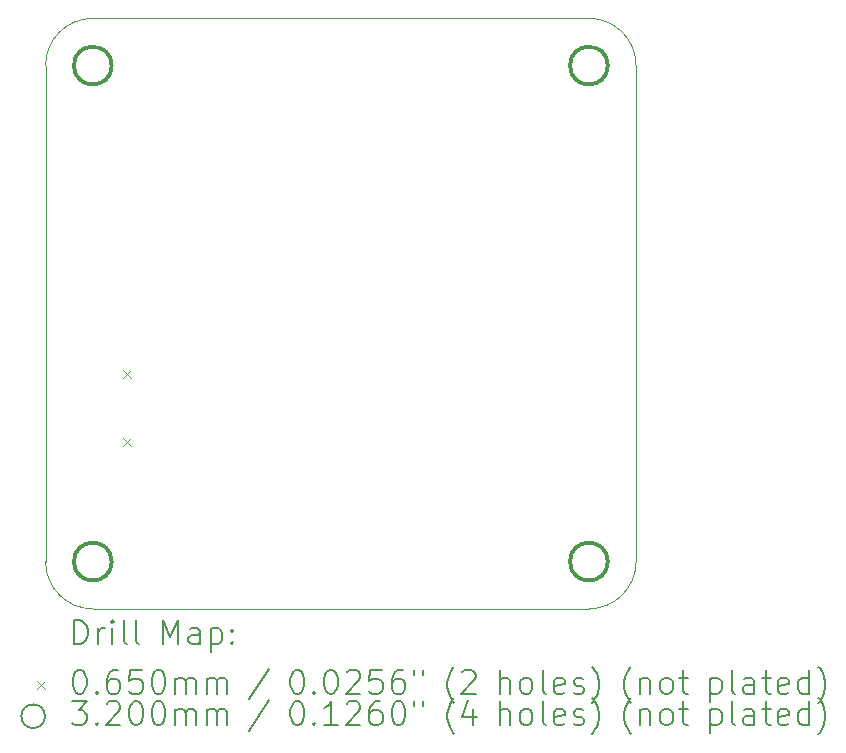
<source format=gbr>
%TF.GenerationSoftware,KiCad,Pcbnew,(7.0.0)*%
%TF.CreationDate,2023-04-01T17:32:58+03:00*%
%TF.ProjectId,base_board,62617365-5f62-46f6-9172-642e6b696361,rev?*%
%TF.SameCoordinates,Original*%
%TF.FileFunction,Drillmap*%
%TF.FilePolarity,Positive*%
%FSLAX45Y45*%
G04 Gerber Fmt 4.5, Leading zero omitted, Abs format (unit mm)*
G04 Created by KiCad (PCBNEW (7.0.0)) date 2023-04-01 17:32:58*
%MOMM*%
%LPD*%
G01*
G04 APERTURE LIST*
%ADD10C,0.100000*%
%ADD11C,0.200000*%
%ADD12C,0.065000*%
%ADD13C,0.320000*%
G04 APERTURE END LIST*
D10*
X10300000Y-11400000D02*
G75*
G03*
X10700000Y-11800000I400000J0D01*
G01*
X14900000Y-11800000D02*
G75*
G03*
X15300000Y-11400000I0J400000D01*
G01*
X10700000Y-6800000D02*
G75*
G03*
X10300000Y-7200000I0J-400000D01*
G01*
X15300000Y-7200000D02*
G75*
G03*
X14900000Y-6800000I-400000J0D01*
G01*
X10300000Y-11400000D02*
X10300000Y-7200000D01*
X10700000Y-6800000D02*
X14900000Y-6800000D01*
X14900000Y-11800000D02*
X10700000Y-11800000D01*
X15300000Y-7200000D02*
X15300000Y-11400000D01*
D11*
D12*
X10959000Y-9776500D02*
X11024000Y-9841500D01*
X11024000Y-9776500D02*
X10959000Y-9841500D01*
X10959000Y-10354500D02*
X11024000Y-10419500D01*
X11024000Y-10354500D02*
X10959000Y-10419500D01*
D13*
X10860000Y-7200000D02*
G75*
G03*
X10860000Y-7200000I-160000J0D01*
G01*
X10860000Y-11400000D02*
G75*
G03*
X10860000Y-11400000I-160000J0D01*
G01*
X15060000Y-7200000D02*
G75*
G03*
X15060000Y-7200000I-160000J0D01*
G01*
X15060000Y-11400000D02*
G75*
G03*
X15060000Y-11400000I-160000J0D01*
G01*
D11*
X10542619Y-12098476D02*
X10542619Y-11898476D01*
X10542619Y-11898476D02*
X10590238Y-11898476D01*
X10590238Y-11898476D02*
X10618810Y-11908000D01*
X10618810Y-11908000D02*
X10637857Y-11927048D01*
X10637857Y-11927048D02*
X10647381Y-11946095D01*
X10647381Y-11946095D02*
X10656905Y-11984190D01*
X10656905Y-11984190D02*
X10656905Y-12012762D01*
X10656905Y-12012762D02*
X10647381Y-12050857D01*
X10647381Y-12050857D02*
X10637857Y-12069905D01*
X10637857Y-12069905D02*
X10618810Y-12088952D01*
X10618810Y-12088952D02*
X10590238Y-12098476D01*
X10590238Y-12098476D02*
X10542619Y-12098476D01*
X10742619Y-12098476D02*
X10742619Y-11965143D01*
X10742619Y-12003238D02*
X10752143Y-11984190D01*
X10752143Y-11984190D02*
X10761667Y-11974667D01*
X10761667Y-11974667D02*
X10780714Y-11965143D01*
X10780714Y-11965143D02*
X10799762Y-11965143D01*
X10866429Y-12098476D02*
X10866429Y-11965143D01*
X10866429Y-11898476D02*
X10856905Y-11908000D01*
X10856905Y-11908000D02*
X10866429Y-11917524D01*
X10866429Y-11917524D02*
X10875952Y-11908000D01*
X10875952Y-11908000D02*
X10866429Y-11898476D01*
X10866429Y-11898476D02*
X10866429Y-11917524D01*
X10990238Y-12098476D02*
X10971190Y-12088952D01*
X10971190Y-12088952D02*
X10961667Y-12069905D01*
X10961667Y-12069905D02*
X10961667Y-11898476D01*
X11095000Y-12098476D02*
X11075952Y-12088952D01*
X11075952Y-12088952D02*
X11066429Y-12069905D01*
X11066429Y-12069905D02*
X11066429Y-11898476D01*
X11291190Y-12098476D02*
X11291190Y-11898476D01*
X11291190Y-11898476D02*
X11357857Y-12041333D01*
X11357857Y-12041333D02*
X11424524Y-11898476D01*
X11424524Y-11898476D02*
X11424524Y-12098476D01*
X11605476Y-12098476D02*
X11605476Y-11993714D01*
X11605476Y-11993714D02*
X11595952Y-11974667D01*
X11595952Y-11974667D02*
X11576905Y-11965143D01*
X11576905Y-11965143D02*
X11538809Y-11965143D01*
X11538809Y-11965143D02*
X11519762Y-11974667D01*
X11605476Y-12088952D02*
X11586428Y-12098476D01*
X11586428Y-12098476D02*
X11538809Y-12098476D01*
X11538809Y-12098476D02*
X11519762Y-12088952D01*
X11519762Y-12088952D02*
X11510238Y-12069905D01*
X11510238Y-12069905D02*
X11510238Y-12050857D01*
X11510238Y-12050857D02*
X11519762Y-12031809D01*
X11519762Y-12031809D02*
X11538809Y-12022286D01*
X11538809Y-12022286D02*
X11586428Y-12022286D01*
X11586428Y-12022286D02*
X11605476Y-12012762D01*
X11700714Y-11965143D02*
X11700714Y-12165143D01*
X11700714Y-11974667D02*
X11719762Y-11965143D01*
X11719762Y-11965143D02*
X11757857Y-11965143D01*
X11757857Y-11965143D02*
X11776905Y-11974667D01*
X11776905Y-11974667D02*
X11786428Y-11984190D01*
X11786428Y-11984190D02*
X11795952Y-12003238D01*
X11795952Y-12003238D02*
X11795952Y-12060381D01*
X11795952Y-12060381D02*
X11786428Y-12079428D01*
X11786428Y-12079428D02*
X11776905Y-12088952D01*
X11776905Y-12088952D02*
X11757857Y-12098476D01*
X11757857Y-12098476D02*
X11719762Y-12098476D01*
X11719762Y-12098476D02*
X11700714Y-12088952D01*
X11881667Y-12079428D02*
X11891190Y-12088952D01*
X11891190Y-12088952D02*
X11881667Y-12098476D01*
X11881667Y-12098476D02*
X11872143Y-12088952D01*
X11872143Y-12088952D02*
X11881667Y-12079428D01*
X11881667Y-12079428D02*
X11881667Y-12098476D01*
X11881667Y-11974667D02*
X11891190Y-11984190D01*
X11891190Y-11984190D02*
X11881667Y-11993714D01*
X11881667Y-11993714D02*
X11872143Y-11984190D01*
X11872143Y-11984190D02*
X11881667Y-11974667D01*
X11881667Y-11974667D02*
X11881667Y-11993714D01*
D12*
X10230000Y-12412500D02*
X10295000Y-12477500D01*
X10295000Y-12412500D02*
X10230000Y-12477500D01*
D11*
X10580714Y-12318476D02*
X10599762Y-12318476D01*
X10599762Y-12318476D02*
X10618810Y-12328000D01*
X10618810Y-12328000D02*
X10628333Y-12337524D01*
X10628333Y-12337524D02*
X10637857Y-12356571D01*
X10637857Y-12356571D02*
X10647381Y-12394667D01*
X10647381Y-12394667D02*
X10647381Y-12442286D01*
X10647381Y-12442286D02*
X10637857Y-12480381D01*
X10637857Y-12480381D02*
X10628333Y-12499428D01*
X10628333Y-12499428D02*
X10618810Y-12508952D01*
X10618810Y-12508952D02*
X10599762Y-12518476D01*
X10599762Y-12518476D02*
X10580714Y-12518476D01*
X10580714Y-12518476D02*
X10561667Y-12508952D01*
X10561667Y-12508952D02*
X10552143Y-12499428D01*
X10552143Y-12499428D02*
X10542619Y-12480381D01*
X10542619Y-12480381D02*
X10533095Y-12442286D01*
X10533095Y-12442286D02*
X10533095Y-12394667D01*
X10533095Y-12394667D02*
X10542619Y-12356571D01*
X10542619Y-12356571D02*
X10552143Y-12337524D01*
X10552143Y-12337524D02*
X10561667Y-12328000D01*
X10561667Y-12328000D02*
X10580714Y-12318476D01*
X10733095Y-12499428D02*
X10742619Y-12508952D01*
X10742619Y-12508952D02*
X10733095Y-12518476D01*
X10733095Y-12518476D02*
X10723571Y-12508952D01*
X10723571Y-12508952D02*
X10733095Y-12499428D01*
X10733095Y-12499428D02*
X10733095Y-12518476D01*
X10914048Y-12318476D02*
X10875952Y-12318476D01*
X10875952Y-12318476D02*
X10856905Y-12328000D01*
X10856905Y-12328000D02*
X10847381Y-12337524D01*
X10847381Y-12337524D02*
X10828333Y-12366095D01*
X10828333Y-12366095D02*
X10818810Y-12404190D01*
X10818810Y-12404190D02*
X10818810Y-12480381D01*
X10818810Y-12480381D02*
X10828333Y-12499428D01*
X10828333Y-12499428D02*
X10837857Y-12508952D01*
X10837857Y-12508952D02*
X10856905Y-12518476D01*
X10856905Y-12518476D02*
X10895000Y-12518476D01*
X10895000Y-12518476D02*
X10914048Y-12508952D01*
X10914048Y-12508952D02*
X10923571Y-12499428D01*
X10923571Y-12499428D02*
X10933095Y-12480381D01*
X10933095Y-12480381D02*
X10933095Y-12432762D01*
X10933095Y-12432762D02*
X10923571Y-12413714D01*
X10923571Y-12413714D02*
X10914048Y-12404190D01*
X10914048Y-12404190D02*
X10895000Y-12394667D01*
X10895000Y-12394667D02*
X10856905Y-12394667D01*
X10856905Y-12394667D02*
X10837857Y-12404190D01*
X10837857Y-12404190D02*
X10828333Y-12413714D01*
X10828333Y-12413714D02*
X10818810Y-12432762D01*
X11114048Y-12318476D02*
X11018810Y-12318476D01*
X11018810Y-12318476D02*
X11009286Y-12413714D01*
X11009286Y-12413714D02*
X11018810Y-12404190D01*
X11018810Y-12404190D02*
X11037857Y-12394667D01*
X11037857Y-12394667D02*
X11085476Y-12394667D01*
X11085476Y-12394667D02*
X11104524Y-12404190D01*
X11104524Y-12404190D02*
X11114048Y-12413714D01*
X11114048Y-12413714D02*
X11123571Y-12432762D01*
X11123571Y-12432762D02*
X11123571Y-12480381D01*
X11123571Y-12480381D02*
X11114048Y-12499428D01*
X11114048Y-12499428D02*
X11104524Y-12508952D01*
X11104524Y-12508952D02*
X11085476Y-12518476D01*
X11085476Y-12518476D02*
X11037857Y-12518476D01*
X11037857Y-12518476D02*
X11018810Y-12508952D01*
X11018810Y-12508952D02*
X11009286Y-12499428D01*
X11247381Y-12318476D02*
X11266429Y-12318476D01*
X11266429Y-12318476D02*
X11285476Y-12328000D01*
X11285476Y-12328000D02*
X11295000Y-12337524D01*
X11295000Y-12337524D02*
X11304524Y-12356571D01*
X11304524Y-12356571D02*
X11314048Y-12394667D01*
X11314048Y-12394667D02*
X11314048Y-12442286D01*
X11314048Y-12442286D02*
X11304524Y-12480381D01*
X11304524Y-12480381D02*
X11295000Y-12499428D01*
X11295000Y-12499428D02*
X11285476Y-12508952D01*
X11285476Y-12508952D02*
X11266429Y-12518476D01*
X11266429Y-12518476D02*
X11247381Y-12518476D01*
X11247381Y-12518476D02*
X11228333Y-12508952D01*
X11228333Y-12508952D02*
X11218809Y-12499428D01*
X11218809Y-12499428D02*
X11209286Y-12480381D01*
X11209286Y-12480381D02*
X11199762Y-12442286D01*
X11199762Y-12442286D02*
X11199762Y-12394667D01*
X11199762Y-12394667D02*
X11209286Y-12356571D01*
X11209286Y-12356571D02*
X11218809Y-12337524D01*
X11218809Y-12337524D02*
X11228333Y-12328000D01*
X11228333Y-12328000D02*
X11247381Y-12318476D01*
X11399762Y-12518476D02*
X11399762Y-12385143D01*
X11399762Y-12404190D02*
X11409286Y-12394667D01*
X11409286Y-12394667D02*
X11428333Y-12385143D01*
X11428333Y-12385143D02*
X11456905Y-12385143D01*
X11456905Y-12385143D02*
X11475952Y-12394667D01*
X11475952Y-12394667D02*
X11485476Y-12413714D01*
X11485476Y-12413714D02*
X11485476Y-12518476D01*
X11485476Y-12413714D02*
X11495000Y-12394667D01*
X11495000Y-12394667D02*
X11514048Y-12385143D01*
X11514048Y-12385143D02*
X11542619Y-12385143D01*
X11542619Y-12385143D02*
X11561667Y-12394667D01*
X11561667Y-12394667D02*
X11571190Y-12413714D01*
X11571190Y-12413714D02*
X11571190Y-12518476D01*
X11666429Y-12518476D02*
X11666429Y-12385143D01*
X11666429Y-12404190D02*
X11675952Y-12394667D01*
X11675952Y-12394667D02*
X11695000Y-12385143D01*
X11695000Y-12385143D02*
X11723571Y-12385143D01*
X11723571Y-12385143D02*
X11742619Y-12394667D01*
X11742619Y-12394667D02*
X11752143Y-12413714D01*
X11752143Y-12413714D02*
X11752143Y-12518476D01*
X11752143Y-12413714D02*
X11761667Y-12394667D01*
X11761667Y-12394667D02*
X11780714Y-12385143D01*
X11780714Y-12385143D02*
X11809286Y-12385143D01*
X11809286Y-12385143D02*
X11828333Y-12394667D01*
X11828333Y-12394667D02*
X11837857Y-12413714D01*
X11837857Y-12413714D02*
X11837857Y-12518476D01*
X12195952Y-12308952D02*
X12024524Y-12566095D01*
X12420714Y-12318476D02*
X12439762Y-12318476D01*
X12439762Y-12318476D02*
X12458810Y-12328000D01*
X12458810Y-12328000D02*
X12468333Y-12337524D01*
X12468333Y-12337524D02*
X12477857Y-12356571D01*
X12477857Y-12356571D02*
X12487381Y-12394667D01*
X12487381Y-12394667D02*
X12487381Y-12442286D01*
X12487381Y-12442286D02*
X12477857Y-12480381D01*
X12477857Y-12480381D02*
X12468333Y-12499428D01*
X12468333Y-12499428D02*
X12458810Y-12508952D01*
X12458810Y-12508952D02*
X12439762Y-12518476D01*
X12439762Y-12518476D02*
X12420714Y-12518476D01*
X12420714Y-12518476D02*
X12401667Y-12508952D01*
X12401667Y-12508952D02*
X12392143Y-12499428D01*
X12392143Y-12499428D02*
X12382619Y-12480381D01*
X12382619Y-12480381D02*
X12373095Y-12442286D01*
X12373095Y-12442286D02*
X12373095Y-12394667D01*
X12373095Y-12394667D02*
X12382619Y-12356571D01*
X12382619Y-12356571D02*
X12392143Y-12337524D01*
X12392143Y-12337524D02*
X12401667Y-12328000D01*
X12401667Y-12328000D02*
X12420714Y-12318476D01*
X12573095Y-12499428D02*
X12582619Y-12508952D01*
X12582619Y-12508952D02*
X12573095Y-12518476D01*
X12573095Y-12518476D02*
X12563571Y-12508952D01*
X12563571Y-12508952D02*
X12573095Y-12499428D01*
X12573095Y-12499428D02*
X12573095Y-12518476D01*
X12706429Y-12318476D02*
X12725476Y-12318476D01*
X12725476Y-12318476D02*
X12744524Y-12328000D01*
X12744524Y-12328000D02*
X12754048Y-12337524D01*
X12754048Y-12337524D02*
X12763571Y-12356571D01*
X12763571Y-12356571D02*
X12773095Y-12394667D01*
X12773095Y-12394667D02*
X12773095Y-12442286D01*
X12773095Y-12442286D02*
X12763571Y-12480381D01*
X12763571Y-12480381D02*
X12754048Y-12499428D01*
X12754048Y-12499428D02*
X12744524Y-12508952D01*
X12744524Y-12508952D02*
X12725476Y-12518476D01*
X12725476Y-12518476D02*
X12706429Y-12518476D01*
X12706429Y-12518476D02*
X12687381Y-12508952D01*
X12687381Y-12508952D02*
X12677857Y-12499428D01*
X12677857Y-12499428D02*
X12668333Y-12480381D01*
X12668333Y-12480381D02*
X12658810Y-12442286D01*
X12658810Y-12442286D02*
X12658810Y-12394667D01*
X12658810Y-12394667D02*
X12668333Y-12356571D01*
X12668333Y-12356571D02*
X12677857Y-12337524D01*
X12677857Y-12337524D02*
X12687381Y-12328000D01*
X12687381Y-12328000D02*
X12706429Y-12318476D01*
X12849286Y-12337524D02*
X12858810Y-12328000D01*
X12858810Y-12328000D02*
X12877857Y-12318476D01*
X12877857Y-12318476D02*
X12925476Y-12318476D01*
X12925476Y-12318476D02*
X12944524Y-12328000D01*
X12944524Y-12328000D02*
X12954048Y-12337524D01*
X12954048Y-12337524D02*
X12963571Y-12356571D01*
X12963571Y-12356571D02*
X12963571Y-12375619D01*
X12963571Y-12375619D02*
X12954048Y-12404190D01*
X12954048Y-12404190D02*
X12839762Y-12518476D01*
X12839762Y-12518476D02*
X12963571Y-12518476D01*
X13144524Y-12318476D02*
X13049286Y-12318476D01*
X13049286Y-12318476D02*
X13039762Y-12413714D01*
X13039762Y-12413714D02*
X13049286Y-12404190D01*
X13049286Y-12404190D02*
X13068333Y-12394667D01*
X13068333Y-12394667D02*
X13115952Y-12394667D01*
X13115952Y-12394667D02*
X13135000Y-12404190D01*
X13135000Y-12404190D02*
X13144524Y-12413714D01*
X13144524Y-12413714D02*
X13154048Y-12432762D01*
X13154048Y-12432762D02*
X13154048Y-12480381D01*
X13154048Y-12480381D02*
X13144524Y-12499428D01*
X13144524Y-12499428D02*
X13135000Y-12508952D01*
X13135000Y-12508952D02*
X13115952Y-12518476D01*
X13115952Y-12518476D02*
X13068333Y-12518476D01*
X13068333Y-12518476D02*
X13049286Y-12508952D01*
X13049286Y-12508952D02*
X13039762Y-12499428D01*
X13325476Y-12318476D02*
X13287381Y-12318476D01*
X13287381Y-12318476D02*
X13268333Y-12328000D01*
X13268333Y-12328000D02*
X13258810Y-12337524D01*
X13258810Y-12337524D02*
X13239762Y-12366095D01*
X13239762Y-12366095D02*
X13230238Y-12404190D01*
X13230238Y-12404190D02*
X13230238Y-12480381D01*
X13230238Y-12480381D02*
X13239762Y-12499428D01*
X13239762Y-12499428D02*
X13249286Y-12508952D01*
X13249286Y-12508952D02*
X13268333Y-12518476D01*
X13268333Y-12518476D02*
X13306429Y-12518476D01*
X13306429Y-12518476D02*
X13325476Y-12508952D01*
X13325476Y-12508952D02*
X13335000Y-12499428D01*
X13335000Y-12499428D02*
X13344524Y-12480381D01*
X13344524Y-12480381D02*
X13344524Y-12432762D01*
X13344524Y-12432762D02*
X13335000Y-12413714D01*
X13335000Y-12413714D02*
X13325476Y-12404190D01*
X13325476Y-12404190D02*
X13306429Y-12394667D01*
X13306429Y-12394667D02*
X13268333Y-12394667D01*
X13268333Y-12394667D02*
X13249286Y-12404190D01*
X13249286Y-12404190D02*
X13239762Y-12413714D01*
X13239762Y-12413714D02*
X13230238Y-12432762D01*
X13420714Y-12318476D02*
X13420714Y-12356571D01*
X13496905Y-12318476D02*
X13496905Y-12356571D01*
X13759762Y-12594667D02*
X13750238Y-12585143D01*
X13750238Y-12585143D02*
X13731191Y-12556571D01*
X13731191Y-12556571D02*
X13721667Y-12537524D01*
X13721667Y-12537524D02*
X13712143Y-12508952D01*
X13712143Y-12508952D02*
X13702619Y-12461333D01*
X13702619Y-12461333D02*
X13702619Y-12423238D01*
X13702619Y-12423238D02*
X13712143Y-12375619D01*
X13712143Y-12375619D02*
X13721667Y-12347048D01*
X13721667Y-12347048D02*
X13731191Y-12328000D01*
X13731191Y-12328000D02*
X13750238Y-12299428D01*
X13750238Y-12299428D02*
X13759762Y-12289905D01*
X13826429Y-12337524D02*
X13835952Y-12328000D01*
X13835952Y-12328000D02*
X13855000Y-12318476D01*
X13855000Y-12318476D02*
X13902619Y-12318476D01*
X13902619Y-12318476D02*
X13921667Y-12328000D01*
X13921667Y-12328000D02*
X13931191Y-12337524D01*
X13931191Y-12337524D02*
X13940714Y-12356571D01*
X13940714Y-12356571D02*
X13940714Y-12375619D01*
X13940714Y-12375619D02*
X13931191Y-12404190D01*
X13931191Y-12404190D02*
X13816905Y-12518476D01*
X13816905Y-12518476D02*
X13940714Y-12518476D01*
X14146429Y-12518476D02*
X14146429Y-12318476D01*
X14232143Y-12518476D02*
X14232143Y-12413714D01*
X14232143Y-12413714D02*
X14222619Y-12394667D01*
X14222619Y-12394667D02*
X14203572Y-12385143D01*
X14203572Y-12385143D02*
X14175000Y-12385143D01*
X14175000Y-12385143D02*
X14155952Y-12394667D01*
X14155952Y-12394667D02*
X14146429Y-12404190D01*
X14355952Y-12518476D02*
X14336905Y-12508952D01*
X14336905Y-12508952D02*
X14327381Y-12499428D01*
X14327381Y-12499428D02*
X14317857Y-12480381D01*
X14317857Y-12480381D02*
X14317857Y-12423238D01*
X14317857Y-12423238D02*
X14327381Y-12404190D01*
X14327381Y-12404190D02*
X14336905Y-12394667D01*
X14336905Y-12394667D02*
X14355952Y-12385143D01*
X14355952Y-12385143D02*
X14384524Y-12385143D01*
X14384524Y-12385143D02*
X14403572Y-12394667D01*
X14403572Y-12394667D02*
X14413095Y-12404190D01*
X14413095Y-12404190D02*
X14422619Y-12423238D01*
X14422619Y-12423238D02*
X14422619Y-12480381D01*
X14422619Y-12480381D02*
X14413095Y-12499428D01*
X14413095Y-12499428D02*
X14403572Y-12508952D01*
X14403572Y-12508952D02*
X14384524Y-12518476D01*
X14384524Y-12518476D02*
X14355952Y-12518476D01*
X14536905Y-12518476D02*
X14517857Y-12508952D01*
X14517857Y-12508952D02*
X14508333Y-12489905D01*
X14508333Y-12489905D02*
X14508333Y-12318476D01*
X14689286Y-12508952D02*
X14670238Y-12518476D01*
X14670238Y-12518476D02*
X14632143Y-12518476D01*
X14632143Y-12518476D02*
X14613095Y-12508952D01*
X14613095Y-12508952D02*
X14603572Y-12489905D01*
X14603572Y-12489905D02*
X14603572Y-12413714D01*
X14603572Y-12413714D02*
X14613095Y-12394667D01*
X14613095Y-12394667D02*
X14632143Y-12385143D01*
X14632143Y-12385143D02*
X14670238Y-12385143D01*
X14670238Y-12385143D02*
X14689286Y-12394667D01*
X14689286Y-12394667D02*
X14698810Y-12413714D01*
X14698810Y-12413714D02*
X14698810Y-12432762D01*
X14698810Y-12432762D02*
X14603572Y-12451809D01*
X14775000Y-12508952D02*
X14794048Y-12518476D01*
X14794048Y-12518476D02*
X14832143Y-12518476D01*
X14832143Y-12518476D02*
X14851191Y-12508952D01*
X14851191Y-12508952D02*
X14860714Y-12489905D01*
X14860714Y-12489905D02*
X14860714Y-12480381D01*
X14860714Y-12480381D02*
X14851191Y-12461333D01*
X14851191Y-12461333D02*
X14832143Y-12451809D01*
X14832143Y-12451809D02*
X14803572Y-12451809D01*
X14803572Y-12451809D02*
X14784524Y-12442286D01*
X14784524Y-12442286D02*
X14775000Y-12423238D01*
X14775000Y-12423238D02*
X14775000Y-12413714D01*
X14775000Y-12413714D02*
X14784524Y-12394667D01*
X14784524Y-12394667D02*
X14803572Y-12385143D01*
X14803572Y-12385143D02*
X14832143Y-12385143D01*
X14832143Y-12385143D02*
X14851191Y-12394667D01*
X14927381Y-12594667D02*
X14936905Y-12585143D01*
X14936905Y-12585143D02*
X14955953Y-12556571D01*
X14955953Y-12556571D02*
X14965476Y-12537524D01*
X14965476Y-12537524D02*
X14975000Y-12508952D01*
X14975000Y-12508952D02*
X14984524Y-12461333D01*
X14984524Y-12461333D02*
X14984524Y-12423238D01*
X14984524Y-12423238D02*
X14975000Y-12375619D01*
X14975000Y-12375619D02*
X14965476Y-12347048D01*
X14965476Y-12347048D02*
X14955953Y-12328000D01*
X14955953Y-12328000D02*
X14936905Y-12299428D01*
X14936905Y-12299428D02*
X14927381Y-12289905D01*
X15256905Y-12594667D02*
X15247381Y-12585143D01*
X15247381Y-12585143D02*
X15228333Y-12556571D01*
X15228333Y-12556571D02*
X15218810Y-12537524D01*
X15218810Y-12537524D02*
X15209286Y-12508952D01*
X15209286Y-12508952D02*
X15199762Y-12461333D01*
X15199762Y-12461333D02*
X15199762Y-12423238D01*
X15199762Y-12423238D02*
X15209286Y-12375619D01*
X15209286Y-12375619D02*
X15218810Y-12347048D01*
X15218810Y-12347048D02*
X15228333Y-12328000D01*
X15228333Y-12328000D02*
X15247381Y-12299428D01*
X15247381Y-12299428D02*
X15256905Y-12289905D01*
X15333095Y-12385143D02*
X15333095Y-12518476D01*
X15333095Y-12404190D02*
X15342619Y-12394667D01*
X15342619Y-12394667D02*
X15361667Y-12385143D01*
X15361667Y-12385143D02*
X15390238Y-12385143D01*
X15390238Y-12385143D02*
X15409286Y-12394667D01*
X15409286Y-12394667D02*
X15418810Y-12413714D01*
X15418810Y-12413714D02*
X15418810Y-12518476D01*
X15542619Y-12518476D02*
X15523572Y-12508952D01*
X15523572Y-12508952D02*
X15514048Y-12499428D01*
X15514048Y-12499428D02*
X15504524Y-12480381D01*
X15504524Y-12480381D02*
X15504524Y-12423238D01*
X15504524Y-12423238D02*
X15514048Y-12404190D01*
X15514048Y-12404190D02*
X15523572Y-12394667D01*
X15523572Y-12394667D02*
X15542619Y-12385143D01*
X15542619Y-12385143D02*
X15571191Y-12385143D01*
X15571191Y-12385143D02*
X15590238Y-12394667D01*
X15590238Y-12394667D02*
X15599762Y-12404190D01*
X15599762Y-12404190D02*
X15609286Y-12423238D01*
X15609286Y-12423238D02*
X15609286Y-12480381D01*
X15609286Y-12480381D02*
X15599762Y-12499428D01*
X15599762Y-12499428D02*
X15590238Y-12508952D01*
X15590238Y-12508952D02*
X15571191Y-12518476D01*
X15571191Y-12518476D02*
X15542619Y-12518476D01*
X15666429Y-12385143D02*
X15742619Y-12385143D01*
X15695000Y-12318476D02*
X15695000Y-12489905D01*
X15695000Y-12489905D02*
X15704524Y-12508952D01*
X15704524Y-12508952D02*
X15723572Y-12518476D01*
X15723572Y-12518476D02*
X15742619Y-12518476D01*
X15929286Y-12385143D02*
X15929286Y-12585143D01*
X15929286Y-12394667D02*
X15948333Y-12385143D01*
X15948333Y-12385143D02*
X15986429Y-12385143D01*
X15986429Y-12385143D02*
X16005476Y-12394667D01*
X16005476Y-12394667D02*
X16015000Y-12404190D01*
X16015000Y-12404190D02*
X16024524Y-12423238D01*
X16024524Y-12423238D02*
X16024524Y-12480381D01*
X16024524Y-12480381D02*
X16015000Y-12499428D01*
X16015000Y-12499428D02*
X16005476Y-12508952D01*
X16005476Y-12508952D02*
X15986429Y-12518476D01*
X15986429Y-12518476D02*
X15948333Y-12518476D01*
X15948333Y-12518476D02*
X15929286Y-12508952D01*
X16138810Y-12518476D02*
X16119762Y-12508952D01*
X16119762Y-12508952D02*
X16110238Y-12489905D01*
X16110238Y-12489905D02*
X16110238Y-12318476D01*
X16300714Y-12518476D02*
X16300714Y-12413714D01*
X16300714Y-12413714D02*
X16291191Y-12394667D01*
X16291191Y-12394667D02*
X16272143Y-12385143D01*
X16272143Y-12385143D02*
X16234048Y-12385143D01*
X16234048Y-12385143D02*
X16215000Y-12394667D01*
X16300714Y-12508952D02*
X16281667Y-12518476D01*
X16281667Y-12518476D02*
X16234048Y-12518476D01*
X16234048Y-12518476D02*
X16215000Y-12508952D01*
X16215000Y-12508952D02*
X16205476Y-12489905D01*
X16205476Y-12489905D02*
X16205476Y-12470857D01*
X16205476Y-12470857D02*
X16215000Y-12451809D01*
X16215000Y-12451809D02*
X16234048Y-12442286D01*
X16234048Y-12442286D02*
X16281667Y-12442286D01*
X16281667Y-12442286D02*
X16300714Y-12432762D01*
X16367381Y-12385143D02*
X16443572Y-12385143D01*
X16395953Y-12318476D02*
X16395953Y-12489905D01*
X16395953Y-12489905D02*
X16405476Y-12508952D01*
X16405476Y-12508952D02*
X16424524Y-12518476D01*
X16424524Y-12518476D02*
X16443572Y-12518476D01*
X16586429Y-12508952D02*
X16567381Y-12518476D01*
X16567381Y-12518476D02*
X16529286Y-12518476D01*
X16529286Y-12518476D02*
X16510238Y-12508952D01*
X16510238Y-12508952D02*
X16500714Y-12489905D01*
X16500714Y-12489905D02*
X16500714Y-12413714D01*
X16500714Y-12413714D02*
X16510238Y-12394667D01*
X16510238Y-12394667D02*
X16529286Y-12385143D01*
X16529286Y-12385143D02*
X16567381Y-12385143D01*
X16567381Y-12385143D02*
X16586429Y-12394667D01*
X16586429Y-12394667D02*
X16595953Y-12413714D01*
X16595953Y-12413714D02*
X16595953Y-12432762D01*
X16595953Y-12432762D02*
X16500714Y-12451809D01*
X16767381Y-12518476D02*
X16767381Y-12318476D01*
X16767381Y-12508952D02*
X16748334Y-12518476D01*
X16748334Y-12518476D02*
X16710238Y-12518476D01*
X16710238Y-12518476D02*
X16691191Y-12508952D01*
X16691191Y-12508952D02*
X16681667Y-12499428D01*
X16681667Y-12499428D02*
X16672143Y-12480381D01*
X16672143Y-12480381D02*
X16672143Y-12423238D01*
X16672143Y-12423238D02*
X16681667Y-12404190D01*
X16681667Y-12404190D02*
X16691191Y-12394667D01*
X16691191Y-12394667D02*
X16710238Y-12385143D01*
X16710238Y-12385143D02*
X16748334Y-12385143D01*
X16748334Y-12385143D02*
X16767381Y-12394667D01*
X16843572Y-12594667D02*
X16853096Y-12585143D01*
X16853096Y-12585143D02*
X16872143Y-12556571D01*
X16872143Y-12556571D02*
X16881667Y-12537524D01*
X16881667Y-12537524D02*
X16891191Y-12508952D01*
X16891191Y-12508952D02*
X16900715Y-12461333D01*
X16900715Y-12461333D02*
X16900715Y-12423238D01*
X16900715Y-12423238D02*
X16891191Y-12375619D01*
X16891191Y-12375619D02*
X16881667Y-12347048D01*
X16881667Y-12347048D02*
X16872143Y-12328000D01*
X16872143Y-12328000D02*
X16853096Y-12299428D01*
X16853096Y-12299428D02*
X16843572Y-12289905D01*
X10295000Y-12709000D02*
G75*
G03*
X10295000Y-12709000I-100000J0D01*
G01*
X10523571Y-12582476D02*
X10647381Y-12582476D01*
X10647381Y-12582476D02*
X10580714Y-12658667D01*
X10580714Y-12658667D02*
X10609286Y-12658667D01*
X10609286Y-12658667D02*
X10628333Y-12668190D01*
X10628333Y-12668190D02*
X10637857Y-12677714D01*
X10637857Y-12677714D02*
X10647381Y-12696762D01*
X10647381Y-12696762D02*
X10647381Y-12744381D01*
X10647381Y-12744381D02*
X10637857Y-12763428D01*
X10637857Y-12763428D02*
X10628333Y-12772952D01*
X10628333Y-12772952D02*
X10609286Y-12782476D01*
X10609286Y-12782476D02*
X10552143Y-12782476D01*
X10552143Y-12782476D02*
X10533095Y-12772952D01*
X10533095Y-12772952D02*
X10523571Y-12763428D01*
X10733095Y-12763428D02*
X10742619Y-12772952D01*
X10742619Y-12772952D02*
X10733095Y-12782476D01*
X10733095Y-12782476D02*
X10723571Y-12772952D01*
X10723571Y-12772952D02*
X10733095Y-12763428D01*
X10733095Y-12763428D02*
X10733095Y-12782476D01*
X10818810Y-12601524D02*
X10828333Y-12592000D01*
X10828333Y-12592000D02*
X10847381Y-12582476D01*
X10847381Y-12582476D02*
X10895000Y-12582476D01*
X10895000Y-12582476D02*
X10914048Y-12592000D01*
X10914048Y-12592000D02*
X10923571Y-12601524D01*
X10923571Y-12601524D02*
X10933095Y-12620571D01*
X10933095Y-12620571D02*
X10933095Y-12639619D01*
X10933095Y-12639619D02*
X10923571Y-12668190D01*
X10923571Y-12668190D02*
X10809286Y-12782476D01*
X10809286Y-12782476D02*
X10933095Y-12782476D01*
X11056905Y-12582476D02*
X11075952Y-12582476D01*
X11075952Y-12582476D02*
X11095000Y-12592000D01*
X11095000Y-12592000D02*
X11104524Y-12601524D01*
X11104524Y-12601524D02*
X11114048Y-12620571D01*
X11114048Y-12620571D02*
X11123571Y-12658667D01*
X11123571Y-12658667D02*
X11123571Y-12706286D01*
X11123571Y-12706286D02*
X11114048Y-12744381D01*
X11114048Y-12744381D02*
X11104524Y-12763428D01*
X11104524Y-12763428D02*
X11095000Y-12772952D01*
X11095000Y-12772952D02*
X11075952Y-12782476D01*
X11075952Y-12782476D02*
X11056905Y-12782476D01*
X11056905Y-12782476D02*
X11037857Y-12772952D01*
X11037857Y-12772952D02*
X11028333Y-12763428D01*
X11028333Y-12763428D02*
X11018810Y-12744381D01*
X11018810Y-12744381D02*
X11009286Y-12706286D01*
X11009286Y-12706286D02*
X11009286Y-12658667D01*
X11009286Y-12658667D02*
X11018810Y-12620571D01*
X11018810Y-12620571D02*
X11028333Y-12601524D01*
X11028333Y-12601524D02*
X11037857Y-12592000D01*
X11037857Y-12592000D02*
X11056905Y-12582476D01*
X11247381Y-12582476D02*
X11266429Y-12582476D01*
X11266429Y-12582476D02*
X11285476Y-12592000D01*
X11285476Y-12592000D02*
X11295000Y-12601524D01*
X11295000Y-12601524D02*
X11304524Y-12620571D01*
X11304524Y-12620571D02*
X11314048Y-12658667D01*
X11314048Y-12658667D02*
X11314048Y-12706286D01*
X11314048Y-12706286D02*
X11304524Y-12744381D01*
X11304524Y-12744381D02*
X11295000Y-12763428D01*
X11295000Y-12763428D02*
X11285476Y-12772952D01*
X11285476Y-12772952D02*
X11266429Y-12782476D01*
X11266429Y-12782476D02*
X11247381Y-12782476D01*
X11247381Y-12782476D02*
X11228333Y-12772952D01*
X11228333Y-12772952D02*
X11218809Y-12763428D01*
X11218809Y-12763428D02*
X11209286Y-12744381D01*
X11209286Y-12744381D02*
X11199762Y-12706286D01*
X11199762Y-12706286D02*
X11199762Y-12658667D01*
X11199762Y-12658667D02*
X11209286Y-12620571D01*
X11209286Y-12620571D02*
X11218809Y-12601524D01*
X11218809Y-12601524D02*
X11228333Y-12592000D01*
X11228333Y-12592000D02*
X11247381Y-12582476D01*
X11399762Y-12782476D02*
X11399762Y-12649143D01*
X11399762Y-12668190D02*
X11409286Y-12658667D01*
X11409286Y-12658667D02*
X11428333Y-12649143D01*
X11428333Y-12649143D02*
X11456905Y-12649143D01*
X11456905Y-12649143D02*
X11475952Y-12658667D01*
X11475952Y-12658667D02*
X11485476Y-12677714D01*
X11485476Y-12677714D02*
X11485476Y-12782476D01*
X11485476Y-12677714D02*
X11495000Y-12658667D01*
X11495000Y-12658667D02*
X11514048Y-12649143D01*
X11514048Y-12649143D02*
X11542619Y-12649143D01*
X11542619Y-12649143D02*
X11561667Y-12658667D01*
X11561667Y-12658667D02*
X11571190Y-12677714D01*
X11571190Y-12677714D02*
X11571190Y-12782476D01*
X11666429Y-12782476D02*
X11666429Y-12649143D01*
X11666429Y-12668190D02*
X11675952Y-12658667D01*
X11675952Y-12658667D02*
X11695000Y-12649143D01*
X11695000Y-12649143D02*
X11723571Y-12649143D01*
X11723571Y-12649143D02*
X11742619Y-12658667D01*
X11742619Y-12658667D02*
X11752143Y-12677714D01*
X11752143Y-12677714D02*
X11752143Y-12782476D01*
X11752143Y-12677714D02*
X11761667Y-12658667D01*
X11761667Y-12658667D02*
X11780714Y-12649143D01*
X11780714Y-12649143D02*
X11809286Y-12649143D01*
X11809286Y-12649143D02*
X11828333Y-12658667D01*
X11828333Y-12658667D02*
X11837857Y-12677714D01*
X11837857Y-12677714D02*
X11837857Y-12782476D01*
X12195952Y-12572952D02*
X12024524Y-12830095D01*
X12420714Y-12582476D02*
X12439762Y-12582476D01*
X12439762Y-12582476D02*
X12458810Y-12592000D01*
X12458810Y-12592000D02*
X12468333Y-12601524D01*
X12468333Y-12601524D02*
X12477857Y-12620571D01*
X12477857Y-12620571D02*
X12487381Y-12658667D01*
X12487381Y-12658667D02*
X12487381Y-12706286D01*
X12487381Y-12706286D02*
X12477857Y-12744381D01*
X12477857Y-12744381D02*
X12468333Y-12763428D01*
X12468333Y-12763428D02*
X12458810Y-12772952D01*
X12458810Y-12772952D02*
X12439762Y-12782476D01*
X12439762Y-12782476D02*
X12420714Y-12782476D01*
X12420714Y-12782476D02*
X12401667Y-12772952D01*
X12401667Y-12772952D02*
X12392143Y-12763428D01*
X12392143Y-12763428D02*
X12382619Y-12744381D01*
X12382619Y-12744381D02*
X12373095Y-12706286D01*
X12373095Y-12706286D02*
X12373095Y-12658667D01*
X12373095Y-12658667D02*
X12382619Y-12620571D01*
X12382619Y-12620571D02*
X12392143Y-12601524D01*
X12392143Y-12601524D02*
X12401667Y-12592000D01*
X12401667Y-12592000D02*
X12420714Y-12582476D01*
X12573095Y-12763428D02*
X12582619Y-12772952D01*
X12582619Y-12772952D02*
X12573095Y-12782476D01*
X12573095Y-12782476D02*
X12563571Y-12772952D01*
X12563571Y-12772952D02*
X12573095Y-12763428D01*
X12573095Y-12763428D02*
X12573095Y-12782476D01*
X12773095Y-12782476D02*
X12658810Y-12782476D01*
X12715952Y-12782476D02*
X12715952Y-12582476D01*
X12715952Y-12582476D02*
X12696905Y-12611048D01*
X12696905Y-12611048D02*
X12677857Y-12630095D01*
X12677857Y-12630095D02*
X12658810Y-12639619D01*
X12849286Y-12601524D02*
X12858810Y-12592000D01*
X12858810Y-12592000D02*
X12877857Y-12582476D01*
X12877857Y-12582476D02*
X12925476Y-12582476D01*
X12925476Y-12582476D02*
X12944524Y-12592000D01*
X12944524Y-12592000D02*
X12954048Y-12601524D01*
X12954048Y-12601524D02*
X12963571Y-12620571D01*
X12963571Y-12620571D02*
X12963571Y-12639619D01*
X12963571Y-12639619D02*
X12954048Y-12668190D01*
X12954048Y-12668190D02*
X12839762Y-12782476D01*
X12839762Y-12782476D02*
X12963571Y-12782476D01*
X13135000Y-12582476D02*
X13096905Y-12582476D01*
X13096905Y-12582476D02*
X13077857Y-12592000D01*
X13077857Y-12592000D02*
X13068333Y-12601524D01*
X13068333Y-12601524D02*
X13049286Y-12630095D01*
X13049286Y-12630095D02*
X13039762Y-12668190D01*
X13039762Y-12668190D02*
X13039762Y-12744381D01*
X13039762Y-12744381D02*
X13049286Y-12763428D01*
X13049286Y-12763428D02*
X13058810Y-12772952D01*
X13058810Y-12772952D02*
X13077857Y-12782476D01*
X13077857Y-12782476D02*
X13115952Y-12782476D01*
X13115952Y-12782476D02*
X13135000Y-12772952D01*
X13135000Y-12772952D02*
X13144524Y-12763428D01*
X13144524Y-12763428D02*
X13154048Y-12744381D01*
X13154048Y-12744381D02*
X13154048Y-12696762D01*
X13154048Y-12696762D02*
X13144524Y-12677714D01*
X13144524Y-12677714D02*
X13135000Y-12668190D01*
X13135000Y-12668190D02*
X13115952Y-12658667D01*
X13115952Y-12658667D02*
X13077857Y-12658667D01*
X13077857Y-12658667D02*
X13058810Y-12668190D01*
X13058810Y-12668190D02*
X13049286Y-12677714D01*
X13049286Y-12677714D02*
X13039762Y-12696762D01*
X13277857Y-12582476D02*
X13296905Y-12582476D01*
X13296905Y-12582476D02*
X13315952Y-12592000D01*
X13315952Y-12592000D02*
X13325476Y-12601524D01*
X13325476Y-12601524D02*
X13335000Y-12620571D01*
X13335000Y-12620571D02*
X13344524Y-12658667D01*
X13344524Y-12658667D02*
X13344524Y-12706286D01*
X13344524Y-12706286D02*
X13335000Y-12744381D01*
X13335000Y-12744381D02*
X13325476Y-12763428D01*
X13325476Y-12763428D02*
X13315952Y-12772952D01*
X13315952Y-12772952D02*
X13296905Y-12782476D01*
X13296905Y-12782476D02*
X13277857Y-12782476D01*
X13277857Y-12782476D02*
X13258810Y-12772952D01*
X13258810Y-12772952D02*
X13249286Y-12763428D01*
X13249286Y-12763428D02*
X13239762Y-12744381D01*
X13239762Y-12744381D02*
X13230238Y-12706286D01*
X13230238Y-12706286D02*
X13230238Y-12658667D01*
X13230238Y-12658667D02*
X13239762Y-12620571D01*
X13239762Y-12620571D02*
X13249286Y-12601524D01*
X13249286Y-12601524D02*
X13258810Y-12592000D01*
X13258810Y-12592000D02*
X13277857Y-12582476D01*
X13420714Y-12582476D02*
X13420714Y-12620571D01*
X13496905Y-12582476D02*
X13496905Y-12620571D01*
X13759762Y-12858667D02*
X13750238Y-12849143D01*
X13750238Y-12849143D02*
X13731191Y-12820571D01*
X13731191Y-12820571D02*
X13721667Y-12801524D01*
X13721667Y-12801524D02*
X13712143Y-12772952D01*
X13712143Y-12772952D02*
X13702619Y-12725333D01*
X13702619Y-12725333D02*
X13702619Y-12687238D01*
X13702619Y-12687238D02*
X13712143Y-12639619D01*
X13712143Y-12639619D02*
X13721667Y-12611048D01*
X13721667Y-12611048D02*
X13731191Y-12592000D01*
X13731191Y-12592000D02*
X13750238Y-12563428D01*
X13750238Y-12563428D02*
X13759762Y-12553905D01*
X13921667Y-12649143D02*
X13921667Y-12782476D01*
X13874048Y-12572952D02*
X13826429Y-12715809D01*
X13826429Y-12715809D02*
X13950238Y-12715809D01*
X14146429Y-12782476D02*
X14146429Y-12582476D01*
X14232143Y-12782476D02*
X14232143Y-12677714D01*
X14232143Y-12677714D02*
X14222619Y-12658667D01*
X14222619Y-12658667D02*
X14203572Y-12649143D01*
X14203572Y-12649143D02*
X14175000Y-12649143D01*
X14175000Y-12649143D02*
X14155952Y-12658667D01*
X14155952Y-12658667D02*
X14146429Y-12668190D01*
X14355952Y-12782476D02*
X14336905Y-12772952D01*
X14336905Y-12772952D02*
X14327381Y-12763428D01*
X14327381Y-12763428D02*
X14317857Y-12744381D01*
X14317857Y-12744381D02*
X14317857Y-12687238D01*
X14317857Y-12687238D02*
X14327381Y-12668190D01*
X14327381Y-12668190D02*
X14336905Y-12658667D01*
X14336905Y-12658667D02*
X14355952Y-12649143D01*
X14355952Y-12649143D02*
X14384524Y-12649143D01*
X14384524Y-12649143D02*
X14403572Y-12658667D01*
X14403572Y-12658667D02*
X14413095Y-12668190D01*
X14413095Y-12668190D02*
X14422619Y-12687238D01*
X14422619Y-12687238D02*
X14422619Y-12744381D01*
X14422619Y-12744381D02*
X14413095Y-12763428D01*
X14413095Y-12763428D02*
X14403572Y-12772952D01*
X14403572Y-12772952D02*
X14384524Y-12782476D01*
X14384524Y-12782476D02*
X14355952Y-12782476D01*
X14536905Y-12782476D02*
X14517857Y-12772952D01*
X14517857Y-12772952D02*
X14508333Y-12753905D01*
X14508333Y-12753905D02*
X14508333Y-12582476D01*
X14689286Y-12772952D02*
X14670238Y-12782476D01*
X14670238Y-12782476D02*
X14632143Y-12782476D01*
X14632143Y-12782476D02*
X14613095Y-12772952D01*
X14613095Y-12772952D02*
X14603572Y-12753905D01*
X14603572Y-12753905D02*
X14603572Y-12677714D01*
X14603572Y-12677714D02*
X14613095Y-12658667D01*
X14613095Y-12658667D02*
X14632143Y-12649143D01*
X14632143Y-12649143D02*
X14670238Y-12649143D01*
X14670238Y-12649143D02*
X14689286Y-12658667D01*
X14689286Y-12658667D02*
X14698810Y-12677714D01*
X14698810Y-12677714D02*
X14698810Y-12696762D01*
X14698810Y-12696762D02*
X14603572Y-12715809D01*
X14775000Y-12772952D02*
X14794048Y-12782476D01*
X14794048Y-12782476D02*
X14832143Y-12782476D01*
X14832143Y-12782476D02*
X14851191Y-12772952D01*
X14851191Y-12772952D02*
X14860714Y-12753905D01*
X14860714Y-12753905D02*
X14860714Y-12744381D01*
X14860714Y-12744381D02*
X14851191Y-12725333D01*
X14851191Y-12725333D02*
X14832143Y-12715809D01*
X14832143Y-12715809D02*
X14803572Y-12715809D01*
X14803572Y-12715809D02*
X14784524Y-12706286D01*
X14784524Y-12706286D02*
X14775000Y-12687238D01*
X14775000Y-12687238D02*
X14775000Y-12677714D01*
X14775000Y-12677714D02*
X14784524Y-12658667D01*
X14784524Y-12658667D02*
X14803572Y-12649143D01*
X14803572Y-12649143D02*
X14832143Y-12649143D01*
X14832143Y-12649143D02*
X14851191Y-12658667D01*
X14927381Y-12858667D02*
X14936905Y-12849143D01*
X14936905Y-12849143D02*
X14955953Y-12820571D01*
X14955953Y-12820571D02*
X14965476Y-12801524D01*
X14965476Y-12801524D02*
X14975000Y-12772952D01*
X14975000Y-12772952D02*
X14984524Y-12725333D01*
X14984524Y-12725333D02*
X14984524Y-12687238D01*
X14984524Y-12687238D02*
X14975000Y-12639619D01*
X14975000Y-12639619D02*
X14965476Y-12611048D01*
X14965476Y-12611048D02*
X14955953Y-12592000D01*
X14955953Y-12592000D02*
X14936905Y-12563428D01*
X14936905Y-12563428D02*
X14927381Y-12553905D01*
X15256905Y-12858667D02*
X15247381Y-12849143D01*
X15247381Y-12849143D02*
X15228333Y-12820571D01*
X15228333Y-12820571D02*
X15218810Y-12801524D01*
X15218810Y-12801524D02*
X15209286Y-12772952D01*
X15209286Y-12772952D02*
X15199762Y-12725333D01*
X15199762Y-12725333D02*
X15199762Y-12687238D01*
X15199762Y-12687238D02*
X15209286Y-12639619D01*
X15209286Y-12639619D02*
X15218810Y-12611048D01*
X15218810Y-12611048D02*
X15228333Y-12592000D01*
X15228333Y-12592000D02*
X15247381Y-12563428D01*
X15247381Y-12563428D02*
X15256905Y-12553905D01*
X15333095Y-12649143D02*
X15333095Y-12782476D01*
X15333095Y-12668190D02*
X15342619Y-12658667D01*
X15342619Y-12658667D02*
X15361667Y-12649143D01*
X15361667Y-12649143D02*
X15390238Y-12649143D01*
X15390238Y-12649143D02*
X15409286Y-12658667D01*
X15409286Y-12658667D02*
X15418810Y-12677714D01*
X15418810Y-12677714D02*
X15418810Y-12782476D01*
X15542619Y-12782476D02*
X15523572Y-12772952D01*
X15523572Y-12772952D02*
X15514048Y-12763428D01*
X15514048Y-12763428D02*
X15504524Y-12744381D01*
X15504524Y-12744381D02*
X15504524Y-12687238D01*
X15504524Y-12687238D02*
X15514048Y-12668190D01*
X15514048Y-12668190D02*
X15523572Y-12658667D01*
X15523572Y-12658667D02*
X15542619Y-12649143D01*
X15542619Y-12649143D02*
X15571191Y-12649143D01*
X15571191Y-12649143D02*
X15590238Y-12658667D01*
X15590238Y-12658667D02*
X15599762Y-12668190D01*
X15599762Y-12668190D02*
X15609286Y-12687238D01*
X15609286Y-12687238D02*
X15609286Y-12744381D01*
X15609286Y-12744381D02*
X15599762Y-12763428D01*
X15599762Y-12763428D02*
X15590238Y-12772952D01*
X15590238Y-12772952D02*
X15571191Y-12782476D01*
X15571191Y-12782476D02*
X15542619Y-12782476D01*
X15666429Y-12649143D02*
X15742619Y-12649143D01*
X15695000Y-12582476D02*
X15695000Y-12753905D01*
X15695000Y-12753905D02*
X15704524Y-12772952D01*
X15704524Y-12772952D02*
X15723572Y-12782476D01*
X15723572Y-12782476D02*
X15742619Y-12782476D01*
X15929286Y-12649143D02*
X15929286Y-12849143D01*
X15929286Y-12658667D02*
X15948333Y-12649143D01*
X15948333Y-12649143D02*
X15986429Y-12649143D01*
X15986429Y-12649143D02*
X16005476Y-12658667D01*
X16005476Y-12658667D02*
X16015000Y-12668190D01*
X16015000Y-12668190D02*
X16024524Y-12687238D01*
X16024524Y-12687238D02*
X16024524Y-12744381D01*
X16024524Y-12744381D02*
X16015000Y-12763428D01*
X16015000Y-12763428D02*
X16005476Y-12772952D01*
X16005476Y-12772952D02*
X15986429Y-12782476D01*
X15986429Y-12782476D02*
X15948333Y-12782476D01*
X15948333Y-12782476D02*
X15929286Y-12772952D01*
X16138810Y-12782476D02*
X16119762Y-12772952D01*
X16119762Y-12772952D02*
X16110238Y-12753905D01*
X16110238Y-12753905D02*
X16110238Y-12582476D01*
X16300714Y-12782476D02*
X16300714Y-12677714D01*
X16300714Y-12677714D02*
X16291191Y-12658667D01*
X16291191Y-12658667D02*
X16272143Y-12649143D01*
X16272143Y-12649143D02*
X16234048Y-12649143D01*
X16234048Y-12649143D02*
X16215000Y-12658667D01*
X16300714Y-12772952D02*
X16281667Y-12782476D01*
X16281667Y-12782476D02*
X16234048Y-12782476D01*
X16234048Y-12782476D02*
X16215000Y-12772952D01*
X16215000Y-12772952D02*
X16205476Y-12753905D01*
X16205476Y-12753905D02*
X16205476Y-12734857D01*
X16205476Y-12734857D02*
X16215000Y-12715809D01*
X16215000Y-12715809D02*
X16234048Y-12706286D01*
X16234048Y-12706286D02*
X16281667Y-12706286D01*
X16281667Y-12706286D02*
X16300714Y-12696762D01*
X16367381Y-12649143D02*
X16443572Y-12649143D01*
X16395953Y-12582476D02*
X16395953Y-12753905D01*
X16395953Y-12753905D02*
X16405476Y-12772952D01*
X16405476Y-12772952D02*
X16424524Y-12782476D01*
X16424524Y-12782476D02*
X16443572Y-12782476D01*
X16586429Y-12772952D02*
X16567381Y-12782476D01*
X16567381Y-12782476D02*
X16529286Y-12782476D01*
X16529286Y-12782476D02*
X16510238Y-12772952D01*
X16510238Y-12772952D02*
X16500714Y-12753905D01*
X16500714Y-12753905D02*
X16500714Y-12677714D01*
X16500714Y-12677714D02*
X16510238Y-12658667D01*
X16510238Y-12658667D02*
X16529286Y-12649143D01*
X16529286Y-12649143D02*
X16567381Y-12649143D01*
X16567381Y-12649143D02*
X16586429Y-12658667D01*
X16586429Y-12658667D02*
X16595953Y-12677714D01*
X16595953Y-12677714D02*
X16595953Y-12696762D01*
X16595953Y-12696762D02*
X16500714Y-12715809D01*
X16767381Y-12782476D02*
X16767381Y-12582476D01*
X16767381Y-12772952D02*
X16748334Y-12782476D01*
X16748334Y-12782476D02*
X16710238Y-12782476D01*
X16710238Y-12782476D02*
X16691191Y-12772952D01*
X16691191Y-12772952D02*
X16681667Y-12763428D01*
X16681667Y-12763428D02*
X16672143Y-12744381D01*
X16672143Y-12744381D02*
X16672143Y-12687238D01*
X16672143Y-12687238D02*
X16681667Y-12668190D01*
X16681667Y-12668190D02*
X16691191Y-12658667D01*
X16691191Y-12658667D02*
X16710238Y-12649143D01*
X16710238Y-12649143D02*
X16748334Y-12649143D01*
X16748334Y-12649143D02*
X16767381Y-12658667D01*
X16843572Y-12858667D02*
X16853096Y-12849143D01*
X16853096Y-12849143D02*
X16872143Y-12820571D01*
X16872143Y-12820571D02*
X16881667Y-12801524D01*
X16881667Y-12801524D02*
X16891191Y-12772952D01*
X16891191Y-12772952D02*
X16900715Y-12725333D01*
X16900715Y-12725333D02*
X16900715Y-12687238D01*
X16900715Y-12687238D02*
X16891191Y-12639619D01*
X16891191Y-12639619D02*
X16881667Y-12611048D01*
X16881667Y-12611048D02*
X16872143Y-12592000D01*
X16872143Y-12592000D02*
X16853096Y-12563428D01*
X16853096Y-12563428D02*
X16843572Y-12553905D01*
M02*

</source>
